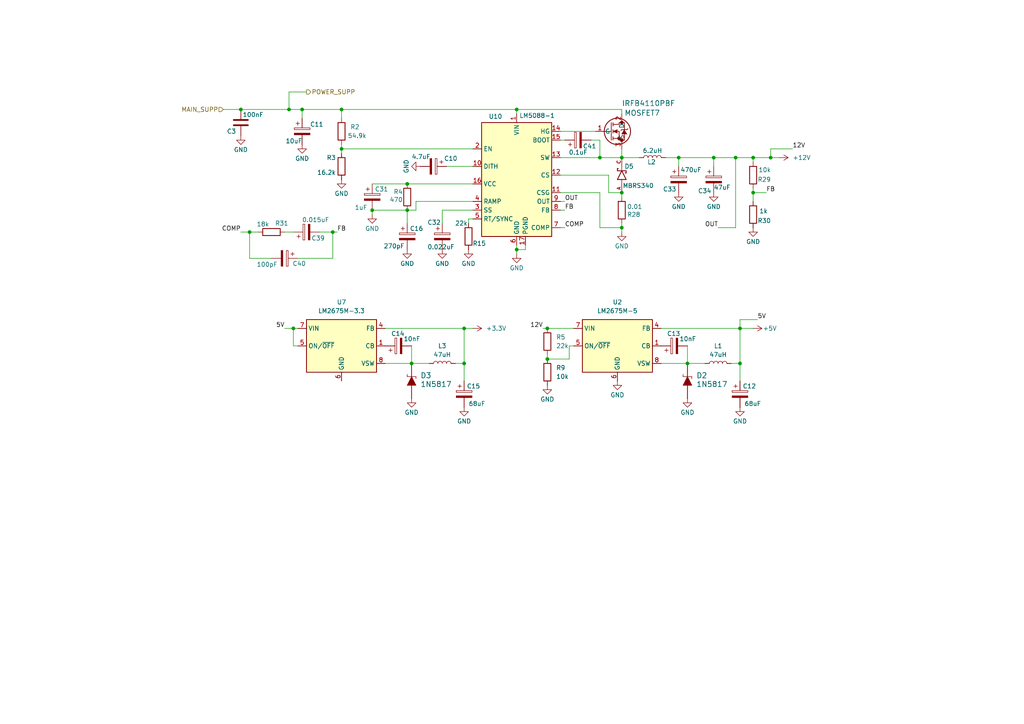
<source format=kicad_sch>
(kicad_sch (version 20231120) (generator "eeschema") (generator_version "8.0")
  (paper "A4")
  (lib_symbols
    (symbol "2025-03-02_09-46-41:IRFB4110PBF" (pin_names (offset 0.254))
      (property "Reference" "MOSFET" (at 11.43 1.905 0))
      (property "Value" "IRFB4110PBF" (at 11.43 -2.54 0))
      (symbol "IRFB4110PBF_0_1"
        (polyline (pts (xy 2.54 0) (xy 4.445 0)) (stroke (width 0.2032)))
        (polyline (pts (xy 4.572 -2.54) (xy 4.572 2.54)) (stroke (width 0.2032)))
        (polyline (pts (xy 5.08 -2.54) (xy 5.08 -1.524)) (stroke (width 0.2032)))
        (polyline (pts (xy 5.08 -2.032) (xy 6.858 -2.032)) (stroke (width 0.2032)))
        (polyline (pts (xy 5.08 -0.508) (xy 5.08 0.508)) (stroke (width 0.2032)))
        (polyline (pts (xy 5.08 1.524) (xy 5.08 2.54)) (stroke (width 0.2032)))
        (polyline (pts (xy 5.08 2.032) (xy 6.858 2.032)) (stroke (width 0.2032)))
        (polyline (pts (xy 6.35 0) (xy 6.858 0)) (stroke (width 0.2032)))
        (polyline (pts (xy 6.858 -2.54) (xy 6.858 0)) (stroke (width 0.2032)))
        (polyline (pts (xy 6.858 -2.54) (xy 8.382 -2.54)) (stroke (width 0.2032)))
        (polyline (pts (xy 6.858 2.032) (xy 6.858 2.54)) (stroke (width 0.2032)))
        (polyline (pts (xy 6.858 2.54) (xy 8.382 2.54)) (stroke (width 0.2032)))
        (polyline (pts (xy 7.366 0.254) (xy 7.62 0.508)) (stroke (width 0.2032)))
        (polyline (pts (xy 8.382 -2.54) (xy 8.382 -0.762)) (stroke (width 0.2032)))
        (polyline (pts (xy 8.382 0.508) (xy 8.382 2.54)) (stroke (width 0.2032)))
        (polyline (pts (xy 9.144 0.508) (xy 7.62 0.508)) (stroke (width 0.2032)))
        (polyline (pts (xy 9.398 0.762) (xy 9.144 0.508)) (stroke (width 0.2032)))
        (polyline (pts (xy 6.35 0.508) (xy 5.08 0) (xy 6.35 -0.508)) (fill (type outline)))
        (polyline (pts (xy 9.144 -0.762) (xy 7.62 -0.762) (xy 8.382 0.508)) (fill (type outline)))
        (circle (center 6.35 0) (radius 3.81) (stroke (width 0.254)))
        (circle (center 6.858 -2.032) (radius 0.0254) (stroke (width 0.508)))
        (circle (center 7.62 -2.54) (radius 0.0254) (stroke (width 0.508)))
        (circle (center 7.62 2.54) (radius 0.0254) (stroke (width 0.508)))
        (pin unspecified line (at 0 0 0) (length 2.54) (name "G") (number "1"))
        (pin unspecified line (at 7.62 5.08 270) (length 2.54) (name "D") (number "2"))
        (pin unspecified line (at 7.62 -5.08 90) (length 2.54) (name "S") (number "3"))
      )
    )
    (symbol "Device:C" (pin_numbers hide) (pin_names (offset 0.254))
      (property "Reference" "C" (at 0.635 2.54 0))
      (property "Value" "C" (at 0.635 -2.54 0))
      (symbol "C_0_1"
        (polyline (pts (xy -2.032 -0.762) (xy 2.032 -0.762)) (stroke (width 0.508)))
        (polyline (pts (xy -2.032 0.762) (xy 2.032 0.762)) (stroke (width 0.508)))
      )
      (symbol "C_1_1"
        (pin passive line (at 0 3.81 270) (length 2.794) (name "~") (number "1"))
        (pin passive line (at 0 -3.81 90) (length 2.794) (name "~") (number "2"))
      )
    )
    (symbol "Device:C_Polarized" (pin_numbers hide) (pin_names (offset 0.254))
      (property "Reference" "C" (at 0.635 2.54 0))
      (property "Value" "C_Polarized" (at 0.635 -2.54 0))
      (symbol "C_Polarized_0_1"
        (rectangle (start -2.286 0.508) (end 2.286 1.016))
        (polyline (pts (xy -1.778 2.286) (xy -0.762 2.286)))
        (polyline (pts (xy -1.27 2.794) (xy -1.27 1.778)))
        (rectangle (start 2.286 -0.508) (end -2.286 -1.016) (fill (type outline)))
      )
      (symbol "C_Polarized_1_1"
        (pin passive line (at 0 3.81 270) (length 2.794) (name "~") (number "1"))
        (pin passive line (at 0 -3.81 90) (length 2.794) (name "~") (number "2"))
      )
    )
    (symbol "Device:L" (pin_numbers hide) (pin_names (offset 1.016) hide)
      (property "Reference" "L" (at -1.27 0 90))
      (property "Value" "L" (at 1.905 0 90))
      (symbol "L_0_1"
        (arc (start 0 -2.54) (mid 0.6323 -1.905) (end 0 -1.27))
        (arc (start 0 -1.27) (mid 0.6323 -0.635) (end 0 0))
        (arc (start 0 0) (mid 0.6323 0.635) (end 0 1.27))
        (arc (start 0 1.27) (mid 0.6323 1.905) (end 0 2.54))
      )
      (symbol "L_1_1"
        (pin passive line (at 0 3.81 270) (length 1.27) (name "1") (number "1"))
        (pin passive line (at 0 -3.81 90) (length 1.27) (name "2") (number "2"))
      )
    )
    (symbol "Device:R" (pin_numbers hide) (pin_names (offset 0))
      (property "Reference" "R" (at 2.032 0 90))
      (property "Value" "R" (at 0 0 90))
      (symbol "R_0_1"
        (rectangle (start -1.016 -2.54) (end 1.016 2.54) (stroke (width 0.254)))
      )
      (symbol "R_1_1"
        (pin passive line (at 0 3.81 270) (length 1.27) (name "~") (number "1"))
        (pin passive line (at 0 -3.81 90) (length 1.27) (name "~") (number "2"))
      )
    )
    (symbol "MBRS340:MBRS340" (pin_names (offset 1.016))
      (property "Reference" "D" (at -5.08 2.54 0))
      (property "Value" "MBRS340" (at -5.08 -3.81 0))
      (symbol "MBRS340_0_0"
        (polyline (pts (xy -2.54 0) (xy -1.27 0)) (stroke (width 0.1524)))
        (polyline (pts (xy -1.27 -1.27) (xy 1.27 0)) (stroke (width 0.254)))
        (polyline (pts (xy -1.27 0) (xy -1.27 -1.27)) (stroke (width 0.254)))
        (polyline (pts (xy -1.27 1.27) (xy -1.27 0)) (stroke (width 0.254)))
        (polyline (pts (xy 0.635 -1.016) (xy 0.635 -1.27)) (stroke (width 0.254)))
        (polyline (pts (xy 1.27 -1.27) (xy 0.635 -1.27)) (stroke (width 0.254)))
        (polyline (pts (xy 1.27 0) (xy -1.27 1.27)) (stroke (width 0.254)))
        (polyline (pts (xy 1.27 0) (xy 1.27 -1.27)) (stroke (width 0.254)))
        (polyline (pts (xy 1.27 1.27) (xy 1.27 0)) (stroke (width 0.254)))
        (polyline (pts (xy 1.905 1.27) (xy 1.27 1.27)) (stroke (width 0.254)))
        (polyline (pts (xy 1.905 1.27) (xy 1.905 1.016)) (stroke (width 0.254)))
        (polyline (pts (xy 2.54 0) (xy 1.27 0)) (stroke (width 0.1524)))
        (pin passive line (at -5.08 0 0) (length 2.54) (name "~") (number "A"))
        (pin passive line (at 5.08 0 180) (length 2.54) (name "~") (number "C"))
      )
    )
    (symbol "Regulator_Switching:LM2675M-3.3"
      (property "Reference" "U" (at -10.16 8.89 0))
      (property "Value" "LM2675M-3.3" (at 0 8.89 0))
      (symbol "LM2675M-3.3_0_1"
        (rectangle (start -10.16 7.62) (end 10.16 -7.62) (stroke (width 0.254)) (fill (type background)))
      )
      (symbol "LM2675M-3.3_1_1"
        (pin input line (at 12.7 0 180) (length 2.54) (name "CB") (number "1"))
        (pin no_connect line (at -10.16 -2.54 0) (length 2.54) hide (name "NC") (number "2"))
        (pin no_connect line (at -10.16 -5.08 0) (length 2.54) hide (name "NC") (number "3"))
        (pin input line (at 12.7 5.08 180) (length 2.54) (name "FB") (number "4"))
        (pin input line (at -12.7 0 0) (length 2.54) (name "ON/~{OFF}") (number "5"))
        (pin power_in line (at 0 -10.16 90) (length 2.54) (name "GND") (number "6"))
        (pin power_in line (at -12.7 5.08 0) (length 2.54) (name "VIN") (number "7"))
        (pin output line (at 12.7 -5.08 180) (length 2.54) (name "VSW") (number "8"))
      )
    )
    (symbol "Regulator_Switching:LM2675M-5"
      (property "Reference" "U" (at -10.16 8.89 0))
      (property "Value" "LM2675M-5" (at 0 8.89 0))
      (symbol "LM2675M-5_0_1"
        (rectangle (start -10.16 7.62) (end 10.16 -7.62) (stroke (width 0.254)) (fill (type background)))
      )
      (symbol "LM2675M-5_1_1"
        (pin input line (at 12.7 0 180) (length 2.54) (name "CB") (number "1"))
        (pin no_connect line (at -10.16 -2.54 0) (length 2.54) hide (name "NC") (number "2"))
        (pin no_connect line (at -10.16 -5.08 0) (length 2.54) hide (name "NC") (number "3"))
        (pin input line (at 12.7 5.08 180) (length 2.54) (name "FB") (number "4"))
        (pin input line (at -12.7 0 0) (length 2.54) (name "ON/~{OFF}") (number "5"))
        (pin power_in line (at 0 -10.16 90) (length 2.54) (name "GND") (number "6"))
        (pin power_in line (at -12.7 5.08 0) (length 2.54) (name "VIN") (number "7"))
        (pin output line (at 12.7 -5.08 180) (length 2.54) (name "VSW") (number "8"))
      )
    )
    (symbol "Regulator_Switching:LM5088-1"
      (property "Reference" "U" (at -8.89 16.51 0))
      (property "Value" "LM5088-1" (at 6.35 16.51 0))
      (symbol "LM5088-1_0_1"
        (rectangle (start -10.16 15.24) (end 10.16 -17.78) (stroke (width 0.254)) (fill (type background)))
      )
      (symbol "LM5088-1_1_1"
        (pin power_in line (at 0 17.78 270) (length 2.54) (name "VIN") (number "1"))
        (pin passive line (at -12.7 2.54 0) (length 2.54) (name "DITH") (number "10"))
        (pin passive line (at 12.7 -5.08 180) (length 2.54) (name "CSG") (number "11"))
        (pin input line (at 12.7 0 180) (length 2.54) (name "CS") (number "12"))
        (pin output line (at 12.7 5.08 180) (length 2.54) (name "SW") (number "13"))
        (pin output line (at 12.7 12.7 180) (length 2.54) (name "HG") (number "14"))
        (pin passive line (at 12.7 10.16 180) (length 2.54) (name "BOOT") (number "15"))
        (pin power_out line (at -12.7 -2.54 0) (length 2.54) (name "VCC") (number "16"))
        (pin passive line (at 2.54 -20.32 90) (length 2.54) (name "PGND") (number "17"))
        (pin input line (at -12.7 7.62 0) (length 2.54) (name "EN") (number "2"))
        (pin input line (at -12.7 -10.16 0) (length 2.54) (name "SS") (number "3"))
        (pin passive line (at -12.7 -7.62 0) (length 2.54) (name "RAMP") (number "4"))
        (pin passive line (at -12.7 -12.7 0) (length 2.54) (name "RT/SYNC") (number "5"))
        (pin power_in line (at 0 -20.32 90) (length 2.54) (name "GND") (number "6"))
        (pin passive line (at 12.7 -15.24 180) (length 2.54) (name "COMP") (number "7"))
        (pin input line (at 12.7 -10.16 180) (length 2.54) (name "FB") (number "8"))
        (pin input line (at 12.7 -7.62 180) (length 2.54) (name "OUT") (number "9"))
      )
    )
    (symbol "dk_Diodes-Rectifiers-Single:1N5817" (pin_numbers hide) (pin_names (offset 0) hide)
      (property "Reference" "D" (at 0 2.54 0))
      (property "Value" "1N5817" (at 1.27 -2.54 0))
      (symbol "1N5817_0_1"
        (polyline (pts (xy 1.27 -1.27) (xy 0.635 -1.27)))
        (polyline (pts (xy 1.27 1.27) (xy 1.27 -1.27)))
        (polyline (pts (xy 1.27 1.27) (xy 1.905 1.27)))
        (polyline (pts (xy -1.27 1.27) (xy -1.27 -1.27) (xy 1.27 0) (xy -1.27 1.27)) (fill (type outline)))
      )
      (symbol "1N5817_1_1"
        (pin passive line (at -5.08 0 0) (length 3.81) (name "~") (number "A"))
        (pin passive line (at 5.08 0 180) (length 3.81) (name "~") (number "K"))
      )
    )
    (symbol "power:+12V" (power) (pin_numbers hide) (pin_names (offset 0) hide)
      (property "Value" "+12V" (at 0 3.556 0))
      (symbol "+12V_0_1"
        (polyline (pts (xy -0.762 1.27) (xy 0 2.54)))
        (polyline (pts (xy 0 0) (xy 0 2.54)))
        (polyline (pts (xy 0 2.54) (xy 0.762 1.27)))
      )
      (symbol "+12V_1_1"
        (pin power_in line (at 0 0 90) (length 0) (name "~") (number "1"))
      )
    )
    (symbol "power:+3.3V" (power) (pin_numbers hide) (pin_names (offset 0) hide)
      (property "Value" "+3.3V" (at 0 3.556 0))
      (symbol "+3.3V_0_1"
        (polyline (pts (xy -0.762 1.27) (xy 0 2.54)))
        (polyline (pts (xy 0 0) (xy 0 2.54)))
        (polyline (pts (xy 0 2.54) (xy 0.762 1.27)))
      )
      (symbol "+3.3V_1_1"
        (pin power_in line (at 0 0 90) (length 0) (name "~") (number "1"))
      )
    )
    (symbol "power:+5V" (power) (pin_numbers hide) (pin_names (offset 0) hide)
      (property "Value" "+5V" (at 0 3.556 0))
      (symbol "+5V_0_1"
        (polyline (pts (xy -0.762 1.27) (xy 0 2.54)))
        (polyline (pts (xy 0 0) (xy 0 2.54)))
        (polyline (pts (xy 0 2.54) (xy 0.762 1.27)))
      )
      (symbol "+5V_1_1"
        (pin power_in line (at 0 0 90) (length 0) (name "~") (number "1"))
      )
    )
    (symbol "power:GND" (power) (pin_numbers hide) (pin_names (offset 0) hide)
      (property "Value" "GND" (at 0 -3.81 0))
      (symbol "GND_0_1"
        (polyline (pts (xy 0 0) (xy 0 -1.27) (xy 1.27 -1.27) (xy 0 -2.54) (xy -1.27 -1.27) (xy 0 -1.27)))
      )
      (symbol "GND_1_1"
        (pin power_in line (at 0 0 270) (length 0) (name "~") (number "1"))
      )
    )
  )
  (junction (at 207.01 45.72))
  (junction (at 83.82 31.75))
  (junction (at 149.86 31.75))
  (junction (at 158.75 104.14))
  (junction (at 85.09 95.25))
  (junction (at 180.34 45.72))
  (junction (at 158.75 95.25))
  (junction (at 69.85 31.75))
  (junction (at 214.63 95.25))
  (junction (at 149.86 72.39))
  (junction (at 87.63 31.75))
  (junction (at 214.63 105.41))
  (junction (at 99.06 31.75))
  (junction (at 118.11 60.96))
  (junction (at 119.38 105.41))
  (junction (at 218.44 45.72))
  (junction (at 107.95 60.96))
  (junction (at 134.62 95.25))
  (junction (at 96.52 67.31))
  (junction (at 118.11 53.34))
  (junction (at 180.34 55.88))
  (junction (at 213.36 45.72))
  (junction (at 134.62 105.41))
  (junction (at 196.85 45.72))
  (junction (at 173.99 45.72))
  (junction (at 218.44 55.88))
  (junction (at 72.39 67.31))
  (junction (at 223.52 45.72))
  (junction (at 180.34 66.04))
  (junction (at 199.39 105.41))
  (junction (at 99.06 43.18))
  (wire (pts (xy 72.39 67.31) (xy 69.85 67.31)))
  (wire (pts (xy 72.39 74.93) (xy 72.39 67.31)))
  (wire (pts (xy 149.86 31.75) (xy 180.34 31.75)))
  (wire (pts (xy 218.44 45.72) (xy 223.52 45.72)))
  (wire (pts (xy 149.86 73.66) (xy 149.86 72.39)))
  (wire (pts (xy 86.36 74.93) (xy 96.52 74.93)))
  (wire (pts (xy 163.83 60.96) (xy 162.56 60.96)))
  (wire (pts (xy 199.39 105.41) (xy 204.47 105.41)))
  (wire (pts (xy 120.65 60.96) (xy 118.11 60.96)))
  (wire (pts (xy 214.63 110.49) (xy 214.63 105.41)))
  (wire (pts (xy 196.85 45.72) (xy 193.04 45.72)))
  (wire (pts (xy 83.82 26.67) (xy 88.9 26.67)))
  (wire (pts (xy 199.39 100.33) (xy 199.39 105.41)))
  (wire (pts (xy 107.95 60.96) (xy 107.95 62.23)))
  (wire (pts (xy 64.77 31.75) (xy 69.85 31.75)))
  (wire (pts (xy 162.56 38.1) (xy 172.72 38.1)))
  (wire (pts (xy 119.38 105.41) (xy 124.46 105.41)))
  (wire (pts (xy 180.34 43.18) (xy 180.34 45.72)))
  (wire (pts (xy 69.85 31.75) (xy 83.82 31.75)))
  (wire (pts (xy 213.36 45.72) (xy 218.44 45.72)))
  (wire (pts (xy 173.99 45.72) (xy 180.34 45.72)))
  (wire (pts (xy 99.06 41.91) (xy 99.06 43.18)))
  (wire (pts (xy 120.65 58.42) (xy 137.16 58.42)))
  (wire (pts (xy 86.36 100.33) (xy 85.09 100.33)))
  (wire (pts (xy 158.75 95.25) (xy 166.37 95.25)))
  (wire (pts (xy 191.77 95.25) (xy 214.63 95.25)))
  (wire (pts (xy 213.36 66.04) (xy 213.36 45.72)))
  (wire (pts (xy 180.34 55.88) (xy 180.34 57.15)))
  (wire (pts (xy 180.34 66.04) (xy 180.34 64.77)))
  (wire (pts (xy 176.53 55.88) (xy 180.34 55.88)))
  (wire (pts (xy 149.86 72.39) (xy 149.86 71.12)))
  (wire (pts (xy 214.63 92.71) (xy 214.63 95.25)))
  (wire (pts (xy 218.44 55.88) (xy 218.44 58.42)))
  (wire (pts (xy 158.75 104.14) (xy 158.75 102.87)))
  (wire (pts (xy 162.56 45.72) (xy 173.99 45.72)))
  (wire (pts (xy 152.4 71.12) (xy 152.4 72.39)))
  (wire (pts (xy 87.63 31.75) (xy 99.06 31.75)))
  (wire (pts (xy 218.44 46.99) (xy 218.44 45.72)))
  (wire (pts (xy 85.09 100.33) (xy 85.09 95.25)))
  (wire (pts (xy 85.09 95.25) (xy 86.36 95.25)))
  (wire (pts (xy 229.87 43.18) (xy 223.52 43.18)))
  (wire (pts (xy 128.27 60.96) (xy 128.27 64.77)))
  (wire (pts (xy 173.99 66.04) (xy 180.34 66.04)))
  (wire (pts (xy 171.45 40.64) (xy 173.99 40.64)))
  (wire (pts (xy 218.44 54.61) (xy 218.44 55.88)))
  (wire (pts (xy 223.52 43.18) (xy 223.52 45.72)))
  (wire (pts (xy 196.85 48.26) (xy 196.85 45.72)))
  (wire (pts (xy 180.34 66.04) (xy 180.34 67.31)))
  (wire (pts (xy 120.65 58.42) (xy 120.65 60.96)))
  (wire (pts (xy 111.76 95.25) (xy 134.62 95.25)))
  (wire (pts (xy 96.52 74.93) (xy 96.52 67.31)))
  (wire (pts (xy 207.01 45.72) (xy 196.85 45.72)))
  (wire (pts (xy 99.06 31.75) (xy 149.86 31.75)))
  (wire (pts (xy 96.52 67.31) (xy 92.71 67.31)))
  (wire (pts (xy 78.74 74.93) (xy 72.39 74.93)))
  (wire (pts (xy 165.1 100.33) (xy 165.1 104.14)))
  (wire (pts (xy 82.55 95.25) (xy 85.09 95.25)))
  (wire (pts (xy 163.83 66.04) (xy 162.56 66.04)))
  (wire (pts (xy 99.06 43.18) (xy 99.06 44.45)))
  (wire (pts (xy 157.48 95.25) (xy 158.75 95.25)))
  (wire (pts (xy 214.63 105.41) (xy 212.09 105.41)))
  (wire (pts (xy 223.52 45.72) (xy 226.06 45.72)))
  (wire (pts (xy 134.62 110.49) (xy 134.62 105.41)))
  (wire (pts (xy 173.99 55.88) (xy 173.99 66.04)))
  (wire (pts (xy 118.11 60.96) (xy 118.11 64.77)))
  (wire (pts (xy 180.34 45.72) (xy 185.42 45.72)))
  (wire (pts (xy 107.95 53.34) (xy 118.11 53.34)))
  (wire (pts (xy 135.89 63.5) (xy 135.89 64.77)))
  (wire (pts (xy 207.01 45.72) (xy 213.36 45.72)))
  (wire (pts (xy 134.62 105.41) (xy 132.08 105.41)))
  (wire (pts (xy 191.77 105.41) (xy 199.39 105.41)))
  (wire (pts (xy 99.06 31.75) (xy 99.06 34.29)))
  (wire (pts (xy 107.95 60.96) (xy 118.11 60.96)))
  (wire (pts (xy 214.63 95.25) (xy 214.63 105.41)))
  (wire (pts (xy 166.37 100.33) (xy 165.1 100.33)))
  (wire (pts (xy 207.01 48.26) (xy 207.01 45.72)))
  (wire (pts (xy 96.52 67.31) (xy 97.79 67.31)))
  (wire (pts (xy 134.62 95.25) (xy 137.16 95.25)))
  (wire (pts (xy 218.44 55.88) (xy 222.25 55.88)))
  (wire (pts (xy 158.75 104.14) (xy 165.1 104.14)))
  (wire (pts (xy 163.83 58.42) (xy 162.56 58.42)))
  (wire (pts (xy 176.53 50.8) (xy 176.53 55.88)))
  (wire (pts (xy 99.06 43.18) (xy 137.16 43.18)))
  (wire (pts (xy 119.38 100.33) (xy 119.38 105.41)))
  (wire (pts (xy 134.62 95.25) (xy 134.62 105.41)))
  (wire (pts (xy 83.82 26.67) (xy 83.82 31.75)))
  (wire (pts (xy 162.56 55.88) (xy 173.99 55.88)))
  (wire (pts (xy 152.4 72.39) (xy 149.86 72.39)))
  (wire (pts (xy 219.71 92.71) (xy 214.63 92.71)))
  (wire (pts (xy 162.56 50.8) (xy 176.53 50.8)))
  (wire (pts (xy 87.63 31.75) (xy 87.63 34.29)))
  (wire (pts (xy 83.82 31.75) (xy 87.63 31.75)))
  (wire (pts (xy 82.55 67.31) (xy 85.09 67.31)))
  (wire (pts (xy 118.11 53.34) (xy 137.16 53.34)))
  (wire (pts (xy 208.28 66.04) (xy 213.36 66.04)))
  (wire (pts (xy 173.99 40.64) (xy 173.99 45.72)))
  (wire (pts (xy 128.27 60.96) (xy 137.16 60.96)))
  (wire (pts (xy 129.54 48.26) (xy 137.16 48.26)))
  (wire (pts (xy 180.34 31.75) (xy 180.34 33.02)))
  (wire (pts (xy 163.83 40.64) (xy 162.56 40.64)))
  (wire (pts (xy 74.93 67.31) (xy 72.39 67.31)))
  (wire (pts (xy 214.63 95.25) (xy 218.44 95.25)))
  (wire (pts (xy 149.86 31.75) (xy 149.86 33.02)))
  (wire (pts (xy 135.89 63.5) (xy 137.16 63.5)))
  (wire (pts (xy 111.76 105.41) (xy 119.38 105.41)))
  (label "OUT" (at 163.83 58.42 0))
  (label "FB" (at 222.25 55.88 0))
  (label "OUT" (at 208.28 66.04 180))
  (label "5V" (at 82.55 95.25 180))
  (label "12V" (at 157.48 95.25 180))
  (label "FB" (at 163.83 60.96 0))
  (label "12V" (at 229.87 43.18 0))
  (label "5V" (at 219.71 92.71 0))
  (label "COMP" (at 69.85 67.31 180))
  (label "COMP" (at 163.83 66.04 0))
  (label "FB" (at 97.79 67.31 0))
  (hierarchical_label "MAIN_SUPP" (shape input) (at 64.77 31.75 180))
  (hierarchical_label "POWER_SUPP" (shape output) (at 88.9 26.67 0))
  (symbol (lib_id "power:GND") (at 69.85 39.37 0) (unit 1)
    (property "Reference" "#PWR12" (effects (hide yes)))
    (property "Value" "GND" (at 69.85 43.434 0))
    (property "Description" "Power symbol creates a global label with name \"GND\" , ground" (effects (hide yes)))
  )
  (symbol (lib_id "power:GND") (at 149.86 73.66 0) (unit 1)
    (property "Reference" "#PWR62" (effects (hide yes)))
    (property "Value" "GND" (at 149.86 77.724 0))
    (property "Description" "Power symbol creates a global label with name \"GND\" , ground" (effects (hide yes)))
  )
  (symbol (lib_id "Device:C_Polarized") (at 167.64 40.64 90) (unit 1)
    (property "Reference" "C41" (at 172.974 42.418 90) (effects (justify left)))
    (property "Value" "0.1uF" (at 170.434 44.196 90) (effects (justify left)))
    (property "Description" "Polarized capacitor" (effects (hide yes)))
  )
  (symbol (lib_id "Device:C_Polarized") (at 118.11 68.58 0) (unit 1)
    (property "Reference" "C16" (at 118.872 66.294 0) (effects (justify left)))
    (property "Value" "270pF" (at 111.252 71.374 0) (effects (justify left)))
    (property "Description" "Polarized capacitor" (effects (hide yes)))
  )
  (symbol (lib_id "Device:R") (at 158.75 107.95 0) (unit 1)
    (property "Reference" "R9" (at 161.29 106.6799 0) (effects (justify left)))
    (property "Value" "10k" (at 161.29 109.2199 0) (effects (justify left)))
    (property "Description" "Resistor" (effects (hide yes)))
  )
  (symbol (lib_id "Regulator_Switching:LM2675M-3.3") (at 99.06 100.33 0) (unit 1)
    (property "Reference" "U7" (at 99.06 87.63 0))
    (property "Value" "LM2675M-3.3" (at 99.06 90.17 0))
    (property "Footprint" "Package_SO:SOIC-8_3.9x4.9mm_P1.27mm" (effects (hide yes)))
    (property "Datasheet" "http://www.ti.com/lit/ds/symlink/lm2675.pdf" (effects (hide yes)))
    (property "Description" "3.3V, 1A Step-Down Voltage Regulator, SO-8" (effects (hide yes)))
  )
  (symbol (lib_id "Device:C") (at 69.85 35.56 0) (unit 1)
    (property "Reference" "C3" (at 65.786 38.1 0) (effects (justify left)))
    (property "Value" "100nF" (at 70.358 33.274 0) (effects (justify left)))
    (property "Footprint" "Capacitor_SMD:CP_Elec_4x5.8" (effects (hide yes)))
    (property "Description" "Unpolarized capacitor" (effects (hide yes)))
  )
  (symbol (lib_id "power:GND") (at 179.07 110.49 0) (unit 1)
    (property "Reference" "#PWR38" (effects (hide yes)))
    (property "Value" "GND" (at 179.07 114.554 0))
    (property "Description" "Power symbol creates a global label with name \"GND\" , ground" (effects (hide yes)))
  )
  (symbol (lib_id "power:GND") (at 87.63 41.91 0) (unit 1)
    (property "Reference" "#PWR9" (effects (hide yes)))
    (property "Value" "GND" (at 87.63 45.974 0))
    (property "Description" "Power symbol creates a global label with name \"GND\" , ground" (effects (hide yes)))
  )
  (symbol (lib_id "power:GND") (at 158.75 111.76 0) (unit 1)
    (property "Reference" "#PWR39" (effects (hide yes)))
    (property "Value" "GND" (at 158.75 115.824 0))
    (property "Description" "Power symbol creates a global label with name \"GND\" , ground" (effects (hide yes)))
  )
  (symbol (lib_id "Device:C_Polarized") (at 107.95 57.15 0) (unit 1)
    (property "Reference" "C31" (at 108.712 54.864 0) (effects (justify left)))
    (property "Value" "1uF" (at 102.87 60.198 0) (effects (justify left)))
    (property "Description" "Polarized capacitor" (effects (hide yes)))
  )
  (symbol (lib_id "power:GND") (at 196.85 55.88 0) (unit 1)
    (property "Reference" "#PWR28" (effects (hide yes)))
    (property "Value" "GND" (at 196.85 59.944 0))
    (property "Description" "Power symbol creates a global label with name \"GND\" , ground" (effects (hide yes)))
  )
  (symbol (lib_id "Device:R") (at 180.34 60.96 0) (mirror x) (unit 1)
    (property "Reference" "R28" (at 181.864 62.23 0) (effects (justify left)))
    (property "Value" "0.01" (at 181.864 59.944 0) (effects (justify left)))
    (property "Description" "Resistor" (effects (hide yes)))
  )
  (symbol (lib_id "power:GND") (at 119.38 115.57 0) (unit 1)
    (property "Reference" "#PWR35" (effects (hide yes)))
    (property "Value" "GND" (at 119.38 119.634 0))
    (property "Description" "Power symbol creates a global label with name \"GND\" , ground" (effects (hide yes)))
  )
  (symbol (lib_id "power:+12V") (at 226.06 45.72 270) (unit 1)
    (property "Reference" "#PWR32" (effects (hide yes)))
    (property "Value" "+12V" (at 229.87 45.7199 90) (effects (justify left)))
    (property "Description" "Power symbol creates a global label with name \"+12V\"" (effects (hide yes)))
  )
  (symbol (lib_id "Device:R") (at 99.06 48.26 0) (unit 1)
    (property "Reference" "R3" (at 94.742 45.72 0) (effects (justify left)))
    (property "Value" "16.2k" (at 91.948 50.038 0) (effects (justify left)))
    (property "Description" "Resistor" (effects (hide yes)))
  )
  (symbol (lib_id "Device:L") (at 208.28 105.41 90) (unit 1)
    (property "Reference" "L1" (at 208.28 100.33 90))
    (property "Value" "47uH" (at 208.28 102.87 90))
    (property "Description" "Inductor" (effects (hide yes)))
  )
  (symbol (lib_id "MBRS340:MBRS340") (at 180.34 50.8 90) (unit 1)
    (property "Reference" "D5" (at 181.102 48.26 90) (effects (justify right)))
    (property "Value" "MBRS340" (at 180.594 53.848 90) (effects (justify right)))
    (property "Footprint" "MBRS340:DIOM7959X261N" (effects (hide yes)))
    (property "MF" "onsemi" (effects (hide yes)))
    (property "MAXIMUM_PACKAGE_HEIGHT" "2.61mm" (effects (hide yes)))
    (property "Package" "None" (effects (hide yes)))
    (property "Price" "None" (effects (hide yes)))
    (property "Check_prices" "https://www.snapeda.com/parts/MBRS340/Onsemi/view-part/?ref=eda" (effects (hide yes)))
    (property "STANDARD" "IPC-7351B" (effects (hide yes)))
    (property "PARTREV" "14" (effects (hide yes)))
    (property "SnapEDA_Link" "https://www.snapeda.com/parts/MBRS340/Onsemi/view-part/?ref=snap" (effects (hide yes)))
    (property "MP" "MBRS340" (effects (hide yes)))
    (property "Description_1" "\n                        \n                            Diode 40 V 4A Surface Mount DO-214AB (SMC)\n                        \n" (effects (hide yes)))
    (property "Availability" "In Stock" (effects (hide yes)))
    (property "MANUFACTURER" "ON Semiconductor" (effects (hide yes)))
  )
  (symbol (lib_id "Device:R") (at 218.44 50.8 0) (mirror x) (unit 1)
    (property "Reference" "R29" (at 219.71 52.07 0) (effects (justify left)))
    (property "Value" "10k" (at 219.964 49.276 0) (effects (justify left)))
    (property "Description" "Resistor" (effects (hide yes)))
  )
  (symbol (lib_id "Device:R") (at 78.74 67.31 270) (mirror x) (unit 1)
    (property "Reference" "R31" (at 79.756 64.77 90) (effects (justify left)))
    (property "Value" "18k" (at 74.422 65.024 90) (effects (justify left)))
    (property "Description" "Resistor" (effects (hide yes)))
  )
  (symbol (lib_id "Device:R") (at 135.89 68.58 0) (mirror y) (unit 1)
    (property "Reference" "R15" (at 140.97 70.612 0) (effects (justify left)))
    (property "Value" "22k" (at 135.636 64.77 0) (effects (justify left)))
    (property "Description" "Resistor" (effects (hide yes)))
  )
  (symbol (lib_id "power:GND") (at 107.95 62.23 0) (unit 1)
    (property "Reference" "#PWR20" (effects (hide yes)))
    (property "Value" "GND" (at 107.95 66.294 0))
    (property "Description" "Power symbol creates a global label with name \"GND\" , ground" (effects (hide yes)))
  )
  (symbol (lib_id "Regulator_Switching:LM2675M-5") (at 179.07 100.33 0) (unit 1)
    (property "Reference" "U2" (at 179.07 87.63 0))
    (property "Value" "LM2675M-5" (at 179.07 90.17 0))
    (property "Footprint" "Package_SO:SOIC-8_3.9x4.9mm_P1.27mm" (effects (hide yes)))
    (property "Datasheet" "http://www.ti.com/lit/ds/symlink/lm2675.pdf" (effects (hide yes)))
    (property "Description" "5V, 1A Step-Down Voltage Regulator, SO-8" (effects (hide yes)))
  )
  (symbol (lib_id "Device:C_Polarized") (at 207.01 52.07 0) (unit 1)
    (property "Reference" "C34" (at 202.438 55.372 0) (effects (justify left)))
    (property "Value" "47uF" (at 207.01 54.356 0) (effects (justify left)))
    (property "Description" "Polarized capacitor" (effects (hide yes)))
  )
  (symbol (lib_id "Device:C_Polarized") (at 125.73 48.26 270) (unit 1)
    (property "Reference" "C10" (at 128.778 45.974 90) (effects (justify left)))
    (property "Value" "4.7uF" (at 119.38 45.466 90) (effects (justify left)))
    (property "Description" "Polarized capacitor" (effects (hide yes)))
  )
  (symbol (lib_id "Device:C_Polarized") (at 195.58 100.33 90) (unit 1)
    (property "Reference" "C13" (at 197.358 96.774 90) (effects (justify left)))
    (property "Value" "10nF" (at 201.93 98.298 90) (effects (justify left)))
    (property "Description" "Polarized capacitor" (effects (hide yes)))
  )
  (symbol (lib_id "dk_Diodes-Rectifiers-Single:1N5817") (at 199.39 110.49 90) (unit 1)
    (property "Reference" "D2" (at 201.93 108.9024 90) (effects (font (size 1.524 1.524)) (justify right)))
    (property "Value" "1N5817" (at 201.93 111.4424 90) (effects (font (size 1.524 1.524)) (justify right)))
    (property "Footprint" "digikey-footprints:DO-41" (effects (hide yes)))
    (property "Datasheet" "https://www.onsemi.com/pub/Collateral/1N5817-D.PDF" (effects (hide yes)))
    (property "Description" "DIODE SCHOTTKY 20V 1A DO41" (effects (hide yes)))
    (property "Digi-Key_PN" "1N5817FSCT-ND" (effects (hide yes)))
    (property "MPN" "1N5817" (effects (hide yes)))
    (property "Category" "Discrete Semiconductor Products" (effects (hide yes)))
    (property "Family" "Diodes - Rectifiers - Single" (effects (hide yes)))
    (property "DK_Datasheet_Link" "https://www.onsemi.com/pub/Collateral/1N5817-D.PDF" (effects (hide yes)))
    (property "DK_Detail_Page" "/product-detail/en/on-semiconductor/1N5817/1N5817FSCT-ND/1532776" (effects (hide yes)))
    (property "Description_1" "DIODE SCHOTTKY 20V 1A DO41" (effects (hide yes)))
    (property "Manufacturer" "ON Semiconductor" (effects (hide yes)))
    (property "Status" "Active" (effects (hide yes)))
  )
  (symbol (lib_id "Device:C_Polarized") (at 82.55 74.93 270) (unit 1)
    (property "Reference" "C40" (at 84.836 76.454 90) (effects (justify left)))
    (property "Value" "100pF" (at 74.422 76.708 90) (effects (justify left)))
    (property "Description" "Polarized capacitor" (effects (hide yes)))
  )
  (symbol (lib_id "Device:R") (at 158.75 99.06 0) (unit 1)
    (property "Reference" "R5" (at 161.29 97.7899 0) (effects (justify left)))
    (property "Value" "22k" (at 161.29 100.3299 0) (effects (justify left)))
    (property "Description" "Resistor" (effects (hide yes)))
  )
  (symbol (lib_id "Device:C_Polarized") (at 128.27 68.58 0) (unit 1)
    (property "Reference" "C32" (at 123.952 64.516 0) (effects (justify left)))
    (property "Value" "0.022uF" (at 123.952 71.628 0) (effects (justify left)))
    (property "Description" "Polarized capacitor" (effects (hide yes)))
  )
  (symbol (lib_id "power:GND") (at 135.89 72.39 0) (unit 1)
    (property "Reference" "#PWR22" (effects (hide yes)))
    (property "Value" "GND" (at 135.89 76.454 0))
    (property "Description" "Power symbol creates a global label with name \"GND\" , ground" (effects (hide yes)))
  )
  (symbol (lib_id "Device:L") (at 128.27 105.41 90) (unit 1)
    (property "Reference" "L3" (at 128.27 100.33 90))
    (property "Value" "47uH" (at 128.27 102.87 90))
    (property "Description" "Inductor" (effects (hide yes)))
  )
  (symbol (lib_id "Device:C_Polarized") (at 115.57 100.33 90) (unit 1)
    (property "Reference" "C14" (at 117.348 96.774 90) (effects (justify left)))
    (property "Value" "10nF" (at 121.92 98.298 90) (effects (justify left)))
    (property "Description" "Polarized capacitor" (effects (hide yes)))
  )
  (symbol (lib_id "power:GND") (at 118.11 72.39 0) (unit 1)
    (property "Reference" "#PWR40" (effects (hide yes)))
    (property "Value" "GND" (at 118.11 76.454 0))
    (property "Description" "Power symbol creates a global label with name \"GND\" , ground" (effects (hide yes)))
  )
  (symbol (lib_id "Device:C_Polarized") (at 88.9 67.31 90) (unit 1)
    (property "Reference" "C39" (at 94.234 69.088 90) (effects (justify left)))
    (property "Value" "0.015uF" (at 95.504 63.754 90) (effects (justify left)))
    (property "Description" "Polarized capacitor" (effects (hide yes)))
  )
  (symbol (lib_id "power:GND") (at 218.44 66.04 0) (unit 1)
    (property "Reference" "#PWR31" (effects (hide yes)))
    (property "Value" "GND" (at 218.44 70.104 0))
    (property "Description" "Power symbol creates a global label with name \"GND\" , ground" (effects (hide yes)))
  )
  (symbol (lib_id "power:GND") (at 99.06 52.07 0) (unit 1)
    (property "Reference" "#PWR11" (effects (hide yes)))
    (property "Value" "GND" (at 99.06 56.134 0))
    (property "Description" "Power symbol creates a global label with name \"GND\" , ground" (effects (hide yes)))
  )
  (symbol (lib_id "Device:C_Polarized") (at 134.62 114.3 0) (unit 1)
    (property "Reference" "C15" (at 135.382 112.014 0) (effects (justify left)))
    (property "Value" "68uF" (at 135.89 117.094 0) (effects (justify left)))
    (property "Description" "Polarized capacitor" (effects (hide yes)))
  )
  (symbol (lib_id "Device:C_Polarized") (at 214.63 114.3 0) (unit 1)
    (property "Reference" "C12" (at 215.392 112.014 0) (effects (justify left)))
    (property "Value" "68uF" (at 215.9 117.094 0) (effects (justify left)))
    (property "Description" "Polarized capacitor" (effects (hide yes)))
  )
  (symbol (lib_id "Device:L") (at 189.23 45.72 90) (unit 1)
    (property "Reference" "L2" (at 188.976 46.99 90))
    (property "Value" "6.2uH" (at 189.23 43.688 90))
    (property "Description" "Inductor" (effects (hide yes)))
  )
  (symbol (lib_id "power:GND") (at 121.92 48.26 270) (unit 1)
    (property "Reference" "#PWR13" (effects (hide yes)))
    (property "Value" "GND" (at 117.856 48.26 0))
    (property "Description" "Power symbol creates a global label with name \"GND\" , ground" (effects (hide yes)))
  )
  (symbol (lib_id "power:GND") (at 214.63 118.11 0) (unit 1)
    (property "Reference" "#PWR18" (effects (hide yes)))
    (property "Value" "GND" (at 214.63 122.174 0))
    (property "Description" "Power symbol creates a global label with name \"GND\" , ground" (effects (hide yes)))
  )
  (symbol (lib_id "power:GND") (at 199.39 115.57 0) (unit 1)
    (property "Reference" "#PWR15" (effects (hide yes)))
    (property "Value" "GND" (at 199.39 119.634 0))
    (property "Description" "Power symbol creates a global label with name \"GND\" , ground" (effects (hide yes)))
  )
  (symbol (lib_id "Device:R") (at 218.44 62.23 0) (mirror x) (unit 1)
    (property "Reference" "R30" (at 219.71 64.008 0) (effects (justify left)))
    (property "Value" "1k" (at 220.218 61.214 0) (effects (justify left)))
    (property "Description" "Resistor" (effects (hide yes)))
  )
  (symbol (lib_id "Device:C_Polarized") (at 87.63 38.1 0) (unit 1)
    (property "Reference" "C11" (at 89.916 36.068 0) (effects (justify left)))
    (property "Value" "10uF" (at 82.804 40.894 0) (effects (justify left)))
    (property "Description" "Polarized capacitor" (effects (hide yes)))
  )
  (symbol (lib_id "Regulator_Switching:LM5088-1") (at 149.86 50.8 0) (unit 1)
    (property "Reference" "U10" (at 141.732 33.782 0) (effects (justify left)))
    (property "Value" "LM5088-1" (at 150.622 33.528 0) (effects (justify left)))
    (property "Footprint" "Package_SO:HTSSOP-16-1EP_4.4x5mm_P0.65mm_EP3.4x5mm_Mask3x3mm_ThermalVias" (effects (hide yes)))
    (property "Datasheet" "http://www.ti.com/lit/ds/symlink/lm5088.pdf" (effects (hide yes)))
    (property "Description" "Wide Input Range Non-Synchronous Buck Controller, Frequency Dithering, 75V, HTSSOP-16" (effects (hide yes)))
  )
  (symbol (lib_id "power:+5V") (at 218.44 95.25 270) (unit 1)
    (property "Reference" "#PWR19" (effects (hide yes)))
    (property "Value" "+5V" (at 221.234 95.25 90) (effects (justify left)))
    (property "Description" "Power symbol creates a global label with name \"+5V\"" (effects (hide yes)))
  )
  (symbol (lib_id "Device:R") (at 118.11 57.15 0) (mirror y) (unit 1)
    (property "Reference" "R4" (at 116.84 55.626 0) (effects (justify left)))
    (property "Value" "470" (at 116.84 57.912 0) (effects (justify left)))
    (property "Description" "Resistor" (effects (hide yes)))
  )
  (symbol (lib_id "2025-03-02_09-46-41:IRFB4110PBF") (at 172.72 38.1 0) (unit 1)
    (property "Reference" "MOSFET7" (at 181.102 32.766 0) (effects (font (size 1.524 1.524)) (justify left)))
    (property "Value" "IRFB4110PBF" (at 180.34 29.972 0) (effects (font (size 1.524 1.524)) (justify left)))
    (property "Footprint" "TO-220AB_INF" (effects (hide yes)))
    (property "Datasheet" "IRFB4110PBF" (effects (hide yes)))
  )
  (symbol (lib_id "power:GND") (at 134.62 118.11 0) (unit 1)
    (property "Reference" "#PWR36" (effects (hide yes)))
    (property "Value" "GND" (at 134.62 122.174 0))
    (property "Description" "Power symbol creates a global label with name \"GND\" , ground" (effects (hide yes)))
  )
  (symbol (lib_id "power:GND") (at 128.27 72.39 0) (unit 1)
    (property "Reference" "#PWR21" (effects (hide yes)))
    (property "Value" "GND" (at 128.27 76.454 0))
    (property "Description" "Power symbol creates a global label with name \"GND\" , ground" (effects (hide yes)))
  )
  (symbol (lib_id "power:+3.3V") (at 137.16 95.25 270) (unit 1)
    (property "Reference" "#PWR37" (effects (hide yes)))
    (property "Value" "+3.3V" (at 140.97 95.2499 90) (effects (justify left)))
    (property "Description" "Power symbol creates a global label with name \"+3.3V\"" (effects (hide yes)))
  )
  (symbol (lib_id "power:GND") (at 207.01 55.88 0) (unit 1)
    (property "Reference" "#PWR29" (effects (hide yes)))
    (property "Value" "GND" (at 207.01 59.944 0))
    (property "Description" "Power symbol creates a global label with name \"GND\" , ground" (effects (hide yes)))
  )
  (symbol (lib_id "dk_Diodes-Rectifiers-Single:1N5817") (at 119.38 110.49 90) (unit 1)
    (property "Reference" "D3" (at 121.92 108.9024 90) (effects (font (size 1.524 1.524)) (justify right)))
    (property "Value" "1N5817" (at 121.92 111.4424 90) (effects (font (size 1.524 1.524)) (justify right)))
    (property "Footprint" "digikey-footprints:DO-41" (effects (hide yes)))
    (property "Datasheet" "https://www.onsemi.com/pub/Collateral/1N5817-D.PDF" (effects (hide yes)))
    (property "Description" "DIODE SCHOTTKY 20V 1A DO41" (effects (hide yes)))
    (property "Digi-Key_PN" "1N5817FSCT-ND" (effects (hide yes)))
    (property "MPN" "1N5817" (effects (hide yes)))
    (property "Category" "Discrete Semiconductor Products" (effects (hide yes)))
    (property "Family" "Diodes - Rectifiers - Single" (effects (hide yes)))
    (property "DK_Datasheet_Link" "https://www.onsemi.com/pub/Collateral/1N5817-D.PDF" (effects (hide yes)))
    (property "DK_Detail_Page" "/product-detail/en/on-semiconductor/1N5817/1N5817FSCT-ND/1532776" (effects (hide yes)))
    (property "Description_1" "DIODE SCHOTTKY 20V 1A DO41" (effects (hide yes)))
    (property "Manufacturer" "ON Semiconductor" (effects (hide yes)))
    (property "Status" "Active" (effects (hide yes)))
  )
  (symbol (lib_id "Device:R") (at 99.06 38.1 0) (unit 1)
    (property "Reference" "R2" (at 101.6 36.8299 0) (effects (justify left)))
    (property "Value" "54.9k" (at 100.838 39.37 0) (effects (justify left)))
    (property "Description" "Resistor" (effects (hide yes)))
  )
  (symbol (lib_id "power:GND") (at 180.34 67.31 0) (unit 1)
    (property "Reference" "#PWR27" (effects (hide yes)))
    (property "Value" "GND" (at 180.34 71.374 0))
    (property "Description" "Power symbol creates a global label with name \"GND\" , ground" (effects (hide yes)))
  )
  (symbol (lib_id "Device:C_Polarized") (at 196.85 52.07 0) (unit 1)
    (property "Reference" "C33" (at 192.278 54.864 0) (effects (justify left)))
    (property "Value" "470uF" (at 197.358 49.276 0) (effects (justify left)))
    (property "Description" "Polarized capacitor" (effects (hide yes)))
  )
)
</source>
